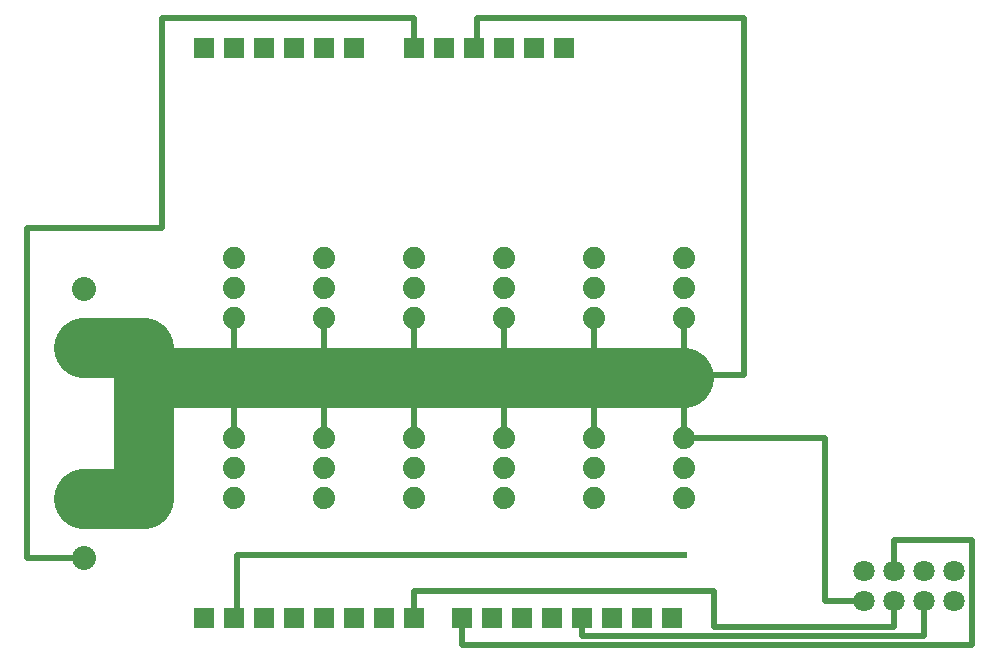
<source format=gbl>
G04 ---------------------------- Layer name :BOTTOM LAYER*
G04 easyEDA 0.1*
G04 Scale: 100 percent, Rotated: No, Reflected: No *
G04 Dimensions in inches *
G04 leading zeros omitted , absolute positions ,2 integer and 4 * 
%FSLAX24Y24*%
%MOIN*%
G90*
G70D02*

%ADD11C,0.200000*%
%ADD12C,0.020000*%
%ADD13C,0.024400*%
%ADD14C,0.074000*%
%ADD16C,0.070866*%
%ADD18R,0.066000X0.066000*%
%ADD19R,0.080000X0.080000*%
%ADD20C,0.080000*%

%LPD*%
G54D11*
G01X5000Y11000D02*
G01X5000Y10000D01*
G01X5000Y10000D02*
G01X23000Y10000D01*
G54D12*
G01X8000Y12000D02*
G01X8000Y10000D01*
G01X11000Y12000D02*
G01X11000Y10000D01*
G01X14000Y12000D02*
G01X14000Y10000D01*
G01X17000Y12000D02*
G01X17000Y10000D01*
G01X20000Y12000D02*
G01X20000Y10000D01*
G01X23000Y12000D02*
G01X23000Y10000D01*
G01X8000Y8000D02*
G01X8000Y10000D01*
G01X11000Y8000D02*
G01X11000Y10000D01*
G01X14000Y8000D02*
G01X14000Y10000D01*
G01X17000Y8000D02*
G01X17000Y10000D01*
G01X20000Y8000D02*
G01X20000Y10000D01*
G01X16000Y21000D02*
G01X16100Y21000D01*
G01X16100Y22000D01*
G01X25000Y22000D01*
G01X25000Y10100D01*
G01X23000Y10100D01*
G01X23000Y10000D01*
G54D11*
G01X3000Y11019D02*
G01X5000Y11019D01*
G01X5000Y11000D01*
G01X3000Y5980D02*
G01X5000Y5980D01*
G01X5000Y6000D01*
G01X5000Y10000D02*
G01X5000Y6000D01*
G54D12*
G01X3000Y4019D02*
G01X1100Y4019D01*
G01X1100Y15000D01*
G01X5600Y15000D01*
G01X5600Y22000D01*
G01X14000Y22000D01*
G01X14000Y21000D01*
G01X28994Y2561D02*
G01X27700Y2561D01*
G01X27700Y8000D01*
G01X23000Y8000D01*
G01X23000Y10000D01*
G01X29993Y3561D02*
G01X30000Y4600D01*
G01X32600Y4600D01*
G01X32600Y1100D01*
G01X15600Y1100D01*
G01X15600Y2000D01*
G01X14000Y2000D02*
G01X14000Y2900D01*
G01X24000Y2900D01*
G01X24000Y1700D01*
G01X29993Y1700D01*
G01X29993Y2561D01*
G01X30993Y2561D02*
G01X30998Y1400D01*
G01X19600Y1400D01*
G01X19600Y2000D01*
G01X8000Y2000D02*
G01X8100Y2000D01*
G01X8100Y4100D01*
G01X23000Y4100D01*
G54D14*
G01X8000Y14000D03*
G01X8000Y13000D03*
G01X8000Y12000D03*
G01X11000Y14000D03*
G01X11000Y13000D03*
G01X11000Y12000D03*
G01X14000Y14000D03*
G01X14000Y13000D03*
G01X14000Y12000D03*
G01X17000Y14000D03*
G01X17000Y13000D03*
G01X17000Y12000D03*
G01X20000Y14000D03*
G01X20000Y13000D03*
G01X20000Y12000D03*
G01X23000Y14000D03*
G01X23000Y13000D03*
G01X23000Y12000D03*
G01X8000Y6000D03*
G01X8000Y7000D03*
G01X8000Y8000D03*
G54D16*
G01X28994Y2561D03*
G01X28993Y3561D03*
G01X29993Y2561D03*
G01X29993Y3561D03*
G01X30993Y2561D03*
G01X30993Y3561D03*
G01X31993Y2561D03*
G01X31993Y3561D03*
G54D14*
G01X20000Y6000D03*
G01X20000Y7000D03*
G01X20000Y8000D03*
G01X17000Y6000D03*
G01X17000Y7000D03*
G01X17000Y8000D03*
G01X14000Y6000D03*
G01X14000Y7000D03*
G01X14000Y8000D03*
G01X11000Y6000D03*
G01X11000Y7000D03*
G01X11000Y8000D03*
G54D18*
G01X11000Y2000D03*
G01X12000Y21000D03*
G01X10000Y2000D03*
G01X9000Y2000D03*
G01X8000Y2000D03*
G01X7000Y2000D03*
G01X12000Y2000D03*
G01X13000Y2000D03*
G01X14000Y2000D03*
G01X15600Y2000D03*
G01X16600Y2000D03*
G01X17600Y2000D03*
G01X18600Y2000D03*
G01X19600Y2000D03*
G01X20600Y2000D03*
G01X21600Y2000D03*
G01X22600Y2000D03*
G01X11000Y21000D03*
G01X10000Y21000D03*
G01X9000Y21000D03*
G01X8000Y21000D03*
G01X7000Y21000D03*
G01X14000Y21000D03*
G01X15000Y21000D03*
G01X16000Y21000D03*
G01X17000Y21000D03*
G01X18000Y21000D03*
G01X19000Y21000D03*
G54D19*
G01X3000Y11019D03*
G54D20*
G01X3000Y12980D03*
G54D19*
G01X3000Y5980D03*
G54D20*
G01X3000Y4019D03*
G54D14*
G01X23000Y6000D03*
G01X23000Y7000D03*
G01X23000Y8000D03*
G54D13*
G01X23000Y4100D03*
G54D14*
G01X8000Y14000D03*
G01X8000Y13000D03*
G01X8000Y12000D03*
G01X11000Y14000D03*
G01X11000Y13000D03*
G01X11000Y12000D03*
G01X14000Y14000D03*
G01X14000Y13000D03*
G01X14000Y12000D03*
G01X17000Y14000D03*
G01X17000Y13000D03*
G01X17000Y12000D03*
G01X20000Y14000D03*
G01X20000Y13000D03*
G01X20000Y12000D03*
G01X23000Y14000D03*
G01X23000Y13000D03*
G01X23000Y12000D03*
G01X8000Y6000D03*
G01X8000Y7000D03*
G01X8000Y8000D03*
G54D16*
G01X28994Y2561D03*
G01X28993Y3561D03*
G01X29993Y2561D03*
G01X29993Y3561D03*
G01X30993Y2561D03*
G01X30993Y3561D03*
G01X31993Y2561D03*
G01X31993Y3561D03*
G54D14*
G01X20000Y6000D03*
G01X20000Y7000D03*
G01X20000Y8000D03*
G01X17000Y6000D03*
G01X17000Y7000D03*
G01X17000Y8000D03*
G01X14000Y6000D03*
G01X14000Y7000D03*
G01X14000Y8000D03*
G01X11000Y6000D03*
G01X11000Y7000D03*
G01X11000Y8000D03*
G54D18*
G01X11000Y2000D03*
G01X12000Y21000D03*
G01X10000Y2000D03*
G01X9000Y2000D03*
G01X8000Y2000D03*
G01X7000Y2000D03*
G01X12000Y2000D03*
G01X13000Y2000D03*
G01X14000Y2000D03*
G01X15600Y2000D03*
G01X16600Y2000D03*
G01X17600Y2000D03*
G01X18600Y2000D03*
G01X19600Y2000D03*
G01X20600Y2000D03*
G01X21600Y2000D03*
G01X22600Y2000D03*
G01X11000Y21000D03*
G01X10000Y21000D03*
G01X9000Y21000D03*
G01X8000Y21000D03*
G01X7000Y21000D03*
G01X14000Y21000D03*
G01X15000Y21000D03*
G01X16000Y21000D03*
G01X17000Y21000D03*
G01X18000Y21000D03*
G01X19000Y21000D03*
G54D19*
G01X3000Y11019D03*
G54D20*
G01X3000Y12980D03*
G54D19*
G01X3000Y5980D03*
G54D20*
G01X3000Y4019D03*
G54D14*
G01X23000Y6000D03*
G01X23000Y7000D03*
G01X23000Y8000D03*

M00*
M02*
</source>
